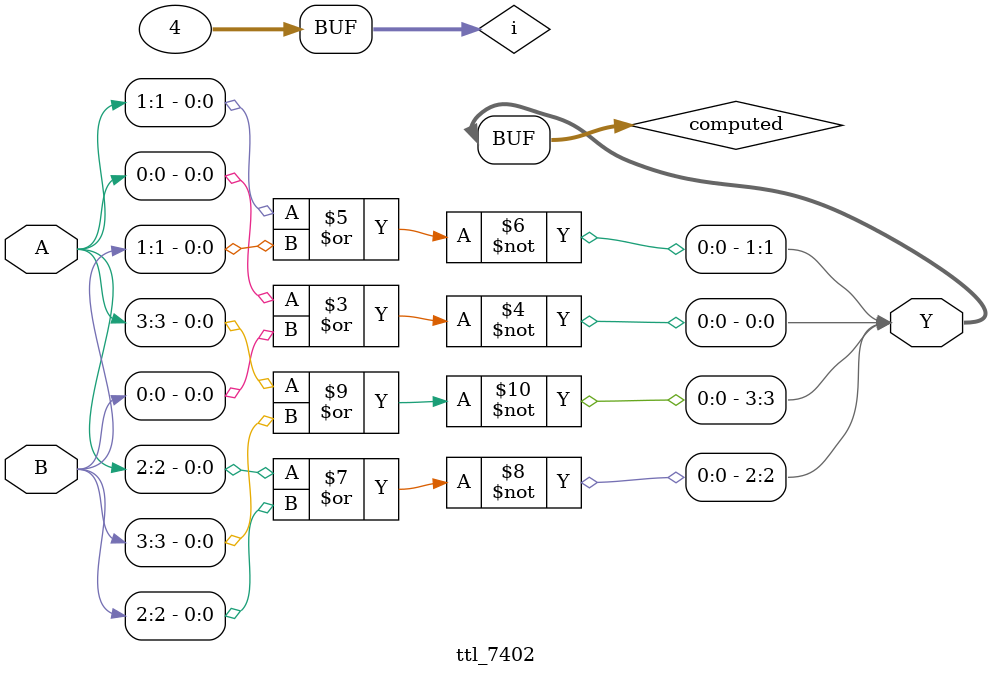
<source format=v>

module ttl_7402 #(parameter BLOCKS = 4, WIDTH_IN = 2, DELAY_RISE = 0, DELAY_FALL = 0)
(
  input [BLOCKS-1:0] A,
  input [BLOCKS-1:0] B,
  output [BLOCKS-1:0] Y
);

//------------------------------------------------//
reg [BLOCKS-1:0] computed;
integer i;

always @(*)
begin
  for (i = 0; i < BLOCKS; i++)
    computed[i] = ~(A[i]|B[i]);
end
//------------------------------------------------//

assign #(DELAY_RISE, DELAY_FALL) Y = computed;

endmodule

</source>
